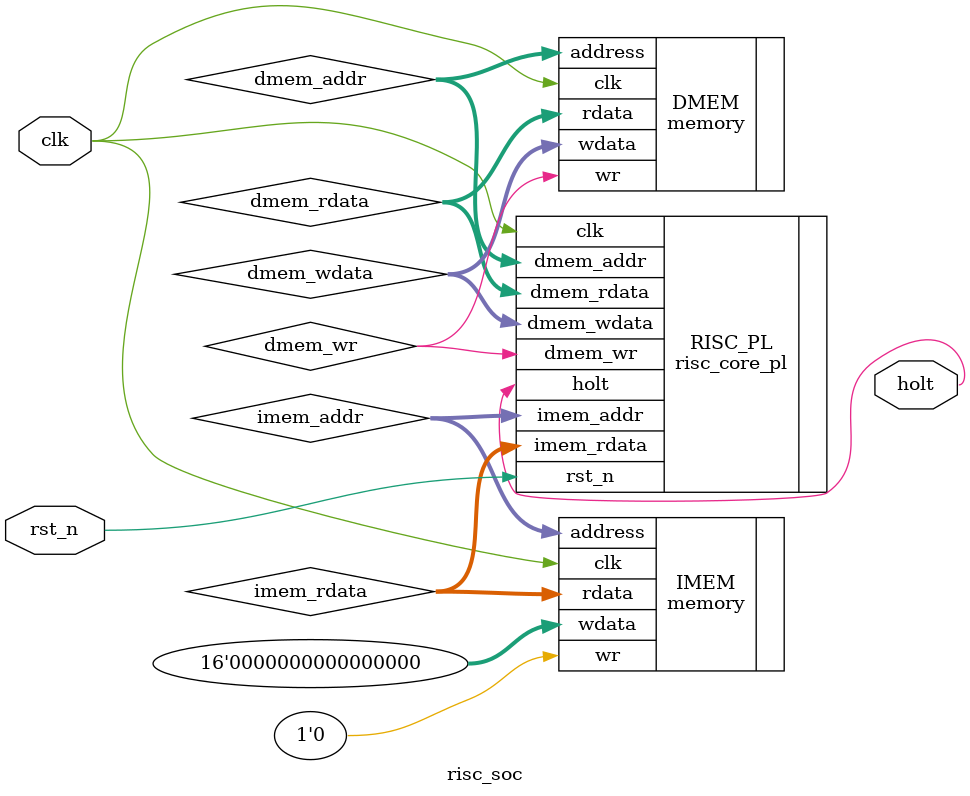
<source format=v>
/*************************************************************
* File Name   : risc_soc.v
* Design Name : risc_soc
* Version     : 
* Author      : 
* Date        : 
* Description : RISC SoC module
* Change Log  : 
*************************************************************/

module risc_soc(
    //----- inputs -----
    input  wire clk,
    input  wire rst_n,

    //----- outputs -----
    output wire holt 
);
    //----- Parameters -----
    parameter imem_size = 64;
    parameter dmem_size = 32;

    //----- internal signals -----
    wire [15:0] imem_rdata;
    wire [15:0] imem_addr;
    wire [15:0] dmem_rdata;
    wire [15:0] dmem_addr;
    wire [15:0] dmem_wdata;
    wire        dmem_wr;
    
    //----- RISC core -----
    risc_core_pl #(
        .imem_size ( imem_size )
    ) RISC_PL (
        //----- inputs -----
        .clk        ( clk        ),
        .rst_n      ( rst_n      ),
        .imem_rdata ( imem_rdata ),
        .dmem_rdata ( dmem_rdata ),
    
        //----- outputs -----
        .imem_addr  ( imem_addr  ),
        .dmem_addr  ( dmem_addr  ),
        .dmem_wdata ( dmem_wdata ),
        .dmem_wr    ( dmem_wr    ),
        .holt       ( holt       ) 
    );
    
    //----- Memory blocks -----
    memory #(
        .mem_size(imem_size)
    ) IMEM (
        //----- inputs -----
        .clk     ( clk        ),
        .address ( imem_addr  ),
        .wdata   ( 16'b0      ),
        .wr      ( 1'b0       ),
        
        //----- outputs -----
        .rdata   ( imem_rdata )
    );
    
    memory #(
        .mem_size(dmem_size)
    ) DMEM (
        //----- inputs -----
        .clk     ( clk        ),
        .address ( dmem_addr  ),
        .wdata   ( dmem_wdata ),
        .wr      ( dmem_wr    ),
        
        //----- outputs -----
        .rdata   ( dmem_rdata )
    );

endmodule

</source>
